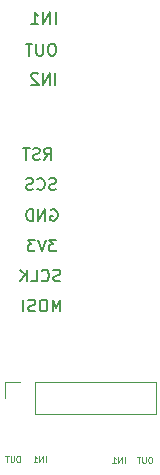
<source format=gbr>
%TF.GenerationSoftware,KiCad,Pcbnew,(6.0.7)*%
%TF.CreationDate,2023-12-15T10:10:15-08:00*%
%TF.ProjectId,NiceView-BKB-Mount,4e696365-5669-4657-972d-424b422d4d6f,rev?*%
%TF.SameCoordinates,Original*%
%TF.FileFunction,Legend,Bot*%
%TF.FilePolarity,Positive*%
%FSLAX46Y46*%
G04 Gerber Fmt 4.6, Leading zero omitted, Abs format (unit mm)*
G04 Created by KiCad (PCBNEW (6.0.7)) date 2023-12-15 10:10:15*
%MOMM*%
%LPD*%
G01*
G04 APERTURE LIST*
%ADD10C,0.125000*%
%ADD11C,0.150000*%
%ADD12C,0.120000*%
G04 APERTURE END LIST*
D10*
X131560000Y-86156190D02*
X131560000Y-85656190D01*
X131321904Y-86156190D02*
X131321904Y-85656190D01*
X131036190Y-86156190D01*
X131036190Y-85656190D01*
X130536190Y-86156190D02*
X130821904Y-86156190D01*
X130679047Y-86156190D02*
X130679047Y-85656190D01*
X130726666Y-85727619D01*
X130774285Y-85775238D01*
X130821904Y-85799047D01*
X129306124Y-85660564D02*
X129210885Y-85660564D01*
X129163266Y-85684374D01*
X129115647Y-85731993D01*
X129091838Y-85827231D01*
X129091838Y-85993897D01*
X129115647Y-86089135D01*
X129163266Y-86136754D01*
X129210885Y-86160564D01*
X129306124Y-86160564D01*
X129353743Y-86136754D01*
X129401362Y-86089135D01*
X129425171Y-85993897D01*
X129425171Y-85827231D01*
X129401362Y-85731993D01*
X129353743Y-85684374D01*
X129306124Y-85660564D01*
X128877552Y-85660564D02*
X128877552Y-86065326D01*
X128853743Y-86112945D01*
X128829933Y-86136754D01*
X128782314Y-86160564D01*
X128687076Y-86160564D01*
X128639457Y-86136754D01*
X128615647Y-86112945D01*
X128591838Y-86065326D01*
X128591838Y-85660564D01*
X128425171Y-85660564D02*
X128139457Y-85660564D01*
X128282314Y-86160564D02*
X128282314Y-85660564D01*
X140470000Y-85736190D02*
X140374761Y-85736190D01*
X140327142Y-85760000D01*
X140279523Y-85807619D01*
X140255714Y-85902857D01*
X140255714Y-86069523D01*
X140279523Y-86164761D01*
X140327142Y-86212380D01*
X140374761Y-86236190D01*
X140470000Y-86236190D01*
X140517619Y-86212380D01*
X140565238Y-86164761D01*
X140589047Y-86069523D01*
X140589047Y-85902857D01*
X140565238Y-85807619D01*
X140517619Y-85760000D01*
X140470000Y-85736190D01*
X140041428Y-85736190D02*
X140041428Y-86140952D01*
X140017619Y-86188571D01*
X139993809Y-86212380D01*
X139946190Y-86236190D01*
X139850952Y-86236190D01*
X139803333Y-86212380D01*
X139779523Y-86188571D01*
X139755714Y-86140952D01*
X139755714Y-85736190D01*
X139589047Y-85736190D02*
X139303333Y-85736190D01*
X139446190Y-86236190D02*
X139446190Y-85736190D01*
D11*
X132790476Y-70824761D02*
X132647619Y-70872380D01*
X132409523Y-70872380D01*
X132314285Y-70824761D01*
X132266666Y-70777142D01*
X132219047Y-70681904D01*
X132219047Y-70586666D01*
X132266666Y-70491428D01*
X132314285Y-70443809D01*
X132409523Y-70396190D01*
X132600000Y-70348571D01*
X132695238Y-70300952D01*
X132742857Y-70253333D01*
X132790476Y-70158095D01*
X132790476Y-70062857D01*
X132742857Y-69967619D01*
X132695238Y-69920000D01*
X132600000Y-69872380D01*
X132361904Y-69872380D01*
X132219047Y-69920000D01*
X131219047Y-70777142D02*
X131266666Y-70824761D01*
X131409523Y-70872380D01*
X131504761Y-70872380D01*
X131647619Y-70824761D01*
X131742857Y-70729523D01*
X131790476Y-70634285D01*
X131838095Y-70443809D01*
X131838095Y-70300952D01*
X131790476Y-70110476D01*
X131742857Y-70015238D01*
X131647619Y-69920000D01*
X131504761Y-69872380D01*
X131409523Y-69872380D01*
X131266666Y-69920000D01*
X131219047Y-69967619D01*
X130314285Y-70872380D02*
X130790476Y-70872380D01*
X130790476Y-69872380D01*
X129980952Y-70872380D02*
X129980952Y-69872380D01*
X129409523Y-70872380D02*
X129838095Y-70300952D01*
X129409523Y-69872380D02*
X129980952Y-70443809D01*
X132200000Y-50742380D02*
X132009523Y-50742380D01*
X131914285Y-50790000D01*
X131819047Y-50885238D01*
X131771428Y-51075714D01*
X131771428Y-51409047D01*
X131819047Y-51599523D01*
X131914285Y-51694761D01*
X132009523Y-51742380D01*
X132200000Y-51742380D01*
X132295238Y-51694761D01*
X132390476Y-51599523D01*
X132438095Y-51409047D01*
X132438095Y-51075714D01*
X132390476Y-50885238D01*
X132295238Y-50790000D01*
X132200000Y-50742380D01*
X131342857Y-50742380D02*
X131342857Y-51551904D01*
X131295238Y-51647142D01*
X131247619Y-51694761D01*
X131152380Y-51742380D01*
X130961904Y-51742380D01*
X130866666Y-51694761D01*
X130819047Y-51647142D01*
X130771428Y-51551904D01*
X130771428Y-50742380D01*
X130438095Y-50742380D02*
X129866666Y-50742380D01*
X130152380Y-51742380D02*
X130152380Y-50742380D01*
X131437619Y-60572380D02*
X131770952Y-60096190D01*
X132009047Y-60572380D02*
X132009047Y-59572380D01*
X131628095Y-59572380D01*
X131532857Y-59620000D01*
X131485238Y-59667619D01*
X131437619Y-59762857D01*
X131437619Y-59905714D01*
X131485238Y-60000952D01*
X131532857Y-60048571D01*
X131628095Y-60096190D01*
X132009047Y-60096190D01*
X131056666Y-60524761D02*
X130913809Y-60572380D01*
X130675714Y-60572380D01*
X130580476Y-60524761D01*
X130532857Y-60477142D01*
X130485238Y-60381904D01*
X130485238Y-60286666D01*
X130532857Y-60191428D01*
X130580476Y-60143809D01*
X130675714Y-60096190D01*
X130866190Y-60048571D01*
X130961428Y-60000952D01*
X131009047Y-59953333D01*
X131056666Y-59858095D01*
X131056666Y-59762857D01*
X131009047Y-59667619D01*
X130961428Y-59620000D01*
X130866190Y-59572380D01*
X130628095Y-59572380D01*
X130485238Y-59620000D01*
X130199523Y-59572380D02*
X129628095Y-59572380D01*
X129913809Y-60572380D02*
X129913809Y-59572380D01*
X132458095Y-67332380D02*
X131839047Y-67332380D01*
X132172380Y-67713333D01*
X132029523Y-67713333D01*
X131934285Y-67760952D01*
X131886666Y-67808571D01*
X131839047Y-67903809D01*
X131839047Y-68141904D01*
X131886666Y-68237142D01*
X131934285Y-68284761D01*
X132029523Y-68332380D01*
X132315238Y-68332380D01*
X132410476Y-68284761D01*
X132458095Y-68237142D01*
X131553333Y-67332380D02*
X131220000Y-68332380D01*
X130886666Y-67332380D01*
X130648571Y-67332380D02*
X130029523Y-67332380D01*
X130362857Y-67713333D01*
X130220000Y-67713333D01*
X130124761Y-67760952D01*
X130077142Y-67808571D01*
X130029523Y-67903809D01*
X130029523Y-68141904D01*
X130077142Y-68237142D01*
X130124761Y-68284761D01*
X130220000Y-68332380D01*
X130505714Y-68332380D01*
X130600952Y-68284761D01*
X130648571Y-68237142D01*
X132431904Y-63074761D02*
X132289047Y-63122380D01*
X132050952Y-63122380D01*
X131955714Y-63074761D01*
X131908095Y-63027142D01*
X131860476Y-62931904D01*
X131860476Y-62836666D01*
X131908095Y-62741428D01*
X131955714Y-62693809D01*
X132050952Y-62646190D01*
X132241428Y-62598571D01*
X132336666Y-62550952D01*
X132384285Y-62503333D01*
X132431904Y-62408095D01*
X132431904Y-62312857D01*
X132384285Y-62217619D01*
X132336666Y-62170000D01*
X132241428Y-62122380D01*
X132003333Y-62122380D01*
X131860476Y-62170000D01*
X130860476Y-63027142D02*
X130908095Y-63074761D01*
X131050952Y-63122380D01*
X131146190Y-63122380D01*
X131289047Y-63074761D01*
X131384285Y-62979523D01*
X131431904Y-62884285D01*
X131479523Y-62693809D01*
X131479523Y-62550952D01*
X131431904Y-62360476D01*
X131384285Y-62265238D01*
X131289047Y-62170000D01*
X131146190Y-62122380D01*
X131050952Y-62122380D01*
X130908095Y-62170000D01*
X130860476Y-62217619D01*
X130479523Y-63074761D02*
X130336666Y-63122380D01*
X130098571Y-63122380D01*
X130003333Y-63074761D01*
X129955714Y-63027142D01*
X129908095Y-62931904D01*
X129908095Y-62836666D01*
X129955714Y-62741428D01*
X130003333Y-62693809D01*
X130098571Y-62646190D01*
X130289047Y-62598571D01*
X130384285Y-62550952D01*
X130431904Y-62503333D01*
X130479523Y-62408095D01*
X130479523Y-62312857D01*
X130431904Y-62217619D01*
X130384285Y-62170000D01*
X130289047Y-62122380D01*
X130050952Y-62122380D01*
X129908095Y-62170000D01*
D10*
X138240000Y-86226190D02*
X138240000Y-85726190D01*
X138001904Y-86226190D02*
X138001904Y-85726190D01*
X137716190Y-86226190D01*
X137716190Y-85726190D01*
X137216190Y-86226190D02*
X137501904Y-86226190D01*
X137359047Y-86226190D02*
X137359047Y-85726190D01*
X137406666Y-85797619D01*
X137454285Y-85845238D01*
X137501904Y-85869047D01*
D11*
X132390000Y-54212380D02*
X132390000Y-53212380D01*
X131913809Y-54212380D02*
X131913809Y-53212380D01*
X131342380Y-54212380D01*
X131342380Y-53212380D01*
X130913809Y-53307619D02*
X130866190Y-53260000D01*
X130770952Y-53212380D01*
X130532857Y-53212380D01*
X130437619Y-53260000D01*
X130390000Y-53307619D01*
X130342380Y-53402857D01*
X130342380Y-53498095D01*
X130390000Y-53640952D01*
X130961428Y-54212380D01*
X130342380Y-54212380D01*
X132001904Y-64800000D02*
X132097142Y-64752380D01*
X132240000Y-64752380D01*
X132382857Y-64800000D01*
X132478095Y-64895238D01*
X132525714Y-64990476D01*
X132573333Y-65180952D01*
X132573333Y-65323809D01*
X132525714Y-65514285D01*
X132478095Y-65609523D01*
X132382857Y-65704761D01*
X132240000Y-65752380D01*
X132144761Y-65752380D01*
X132001904Y-65704761D01*
X131954285Y-65657142D01*
X131954285Y-65323809D01*
X132144761Y-65323809D01*
X131525714Y-65752380D02*
X131525714Y-64752380D01*
X130954285Y-65752380D01*
X130954285Y-64752380D01*
X130478095Y-65752380D02*
X130478095Y-64752380D01*
X130240000Y-64752380D01*
X130097142Y-64800000D01*
X130001904Y-64895238D01*
X129954285Y-64990476D01*
X129906666Y-65180952D01*
X129906666Y-65323809D01*
X129954285Y-65514285D01*
X130001904Y-65609523D01*
X130097142Y-65704761D01*
X130240000Y-65752380D01*
X130478095Y-65752380D01*
X132811428Y-73402380D02*
X132811428Y-72402380D01*
X132478095Y-73116666D01*
X132144761Y-72402380D01*
X132144761Y-73402380D01*
X131478095Y-72402380D02*
X131287619Y-72402380D01*
X131192380Y-72450000D01*
X131097142Y-72545238D01*
X131049523Y-72735714D01*
X131049523Y-73069047D01*
X131097142Y-73259523D01*
X131192380Y-73354761D01*
X131287619Y-73402380D01*
X131478095Y-73402380D01*
X131573333Y-73354761D01*
X131668571Y-73259523D01*
X131716190Y-73069047D01*
X131716190Y-72735714D01*
X131668571Y-72545238D01*
X131573333Y-72450000D01*
X131478095Y-72402380D01*
X130668571Y-73354761D02*
X130525714Y-73402380D01*
X130287619Y-73402380D01*
X130192380Y-73354761D01*
X130144761Y-73307142D01*
X130097142Y-73211904D01*
X130097142Y-73116666D01*
X130144761Y-73021428D01*
X130192380Y-72973809D01*
X130287619Y-72926190D01*
X130478095Y-72878571D01*
X130573333Y-72830952D01*
X130620952Y-72783333D01*
X130668571Y-72688095D01*
X130668571Y-72592857D01*
X130620952Y-72497619D01*
X130573333Y-72450000D01*
X130478095Y-72402380D01*
X130240000Y-72402380D01*
X130097142Y-72450000D01*
X129668571Y-73402380D02*
X129668571Y-72402380D01*
X132410000Y-49092380D02*
X132410000Y-48092380D01*
X131933809Y-49092380D02*
X131933809Y-48092380D01*
X131362380Y-49092380D01*
X131362380Y-48092380D01*
X130362380Y-49092380D02*
X130933809Y-49092380D01*
X130648095Y-49092380D02*
X130648095Y-48092380D01*
X130743333Y-48235238D01*
X130838571Y-48330476D01*
X130933809Y-48378095D01*
D12*
%TO.C,Nice!View1*%
X130680000Y-82080000D02*
X140900000Y-82080000D01*
X130680000Y-79420000D02*
X140900000Y-79420000D01*
X130680000Y-79420000D02*
X130680000Y-82080000D01*
X140900000Y-79420000D02*
X140900000Y-82080000D01*
X129410000Y-79420000D02*
X128080000Y-79420000D01*
X128080000Y-79420000D02*
X128080000Y-80750000D01*
%TD*%
M02*

</source>
